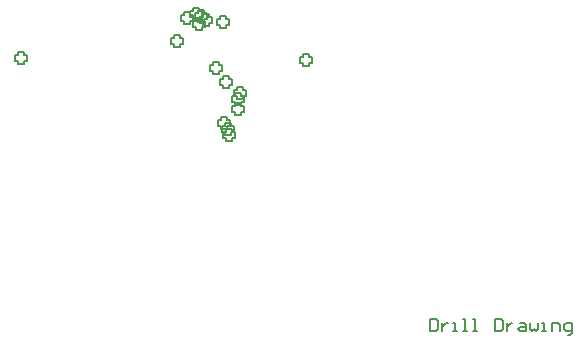
<source format=gbr>
G04 Layer_Color=2752767*
%FSLAX45Y45*%
%MOMM*%
%TF.FileFunction,Drawing*%
%TF.Part,Single*%
%TFFileComment,The blind Vias under BGA and Other Pads are Via-In-Pad (VIP)*%
G01*
G75*
%TA.AperFunction,NonConductor*%
%ADD39C,0.15000*%
%ADD155C,0.12700*%
D39*
X3599430Y-2422042D02*
Y-2522009D01*
X3649414D01*
X3666075Y-2505348D01*
Y-2438703D01*
X3649414Y-2422042D01*
X3599430D01*
X3699398Y-2455364D02*
Y-2522009D01*
Y-2488687D01*
X3716060Y-2472026D01*
X3732721Y-2455364D01*
X3749382D01*
X3799366Y-2522009D02*
X3832689D01*
X3816027D01*
Y-2455364D01*
X3799366D01*
X3882672Y-2522009D02*
X3915995D01*
X3899334D01*
Y-2422042D01*
X3882672D01*
X3965979Y-2522009D02*
X3999301D01*
X3982640D01*
Y-2422042D01*
X3965979D01*
X4149253D02*
Y-2522009D01*
X4199237D01*
X4215898Y-2505348D01*
Y-2438703D01*
X4199237Y-2422042D01*
X4149253D01*
X4249221Y-2455364D02*
Y-2522009D01*
Y-2488687D01*
X4265882Y-2472026D01*
X4282543Y-2455364D01*
X4299205D01*
X4365850D02*
X4399173D01*
X4415834Y-2472026D01*
Y-2522009D01*
X4365850D01*
X4349189Y-2505348D01*
X4365850Y-2488687D01*
X4415834D01*
X4449156Y-2455364D02*
Y-2505348D01*
X4465818Y-2522009D01*
X4482479Y-2505348D01*
X4499140Y-2522009D01*
X4515801Y-2505348D01*
Y-2455364D01*
X4549124Y-2522009D02*
X4582447D01*
X4565786D01*
Y-2455364D01*
X4549124D01*
X4632431Y-2522009D02*
Y-2455364D01*
X4682415D01*
X4699076Y-2472026D01*
Y-2522009D01*
X4765721Y-2555332D02*
X4782382D01*
X4799043Y-2538671D01*
Y-2455364D01*
X4749060D01*
X4732398Y-2472026D01*
Y-2505348D01*
X4749060Y-2522009D01*
X4799043D01*
D155*
X1430176Y-95582D02*
Y-120982D01*
X1480976D01*
Y-95582D01*
X1506376D01*
Y-44782D01*
X1480976D01*
Y-19382D01*
X1430176D01*
Y-44782D01*
X1404776D01*
Y-95582D01*
X1430176D01*
X1676407Y81698D02*
Y56298D01*
X1727207D01*
Y81698D01*
X1752607D01*
Y132498D01*
X1727207D01*
Y157898D01*
X1676407D01*
Y132498D01*
X1651007D01*
Y81698D01*
X1676407D01*
X1521568Y106074D02*
Y80674D01*
X1572368D01*
Y106074D01*
X1597768D01*
Y156874D01*
X1572368D01*
Y182274D01*
X1521568D01*
Y156874D01*
X1496168D01*
Y106074D01*
X1521568D01*
X1622055Y49059D02*
Y23659D01*
X1672855D01*
Y49059D01*
X1698255D01*
Y99859D01*
X1672855D01*
Y125259D01*
X1622055D01*
Y99859D01*
X1596655D01*
Y49059D01*
X1622055D01*
X1848600Y-435400D02*
Y-460800D01*
X1899400D01*
Y-435400D01*
X1924800D01*
Y-384600D01*
X1899400D01*
Y-359200D01*
X1848600D01*
Y-384600D01*
X1823200D01*
Y-435400D01*
X1848600D01*
X1823145Y68737D02*
Y43337D01*
X1873945D01*
Y68737D01*
X1899345D01*
Y119537D01*
X1873945D01*
Y144937D01*
X1823145D01*
Y119537D01*
X1797745D01*
Y68737D01*
X1823145D01*
X1766850Y-324131D02*
Y-349531D01*
X1817650D01*
Y-324131D01*
X1843050D01*
Y-273331D01*
X1817650D01*
Y-247931D01*
X1766850D01*
Y-273331D01*
X1741450D01*
Y-324131D01*
X1766850D01*
X1596836Y132869D02*
Y107469D01*
X1647636D01*
Y132869D01*
X1673036D01*
Y183669D01*
X1647636D01*
Y209069D01*
X1596836D01*
Y183669D01*
X1571436D01*
Y132869D01*
X1596836D01*
X1636835Y116559D02*
Y91159D01*
X1687635D01*
Y116559D01*
X1713035D01*
Y167359D01*
X1687635D01*
Y192759D01*
X1636835D01*
Y167359D01*
X1611435D01*
Y116559D01*
X1636835D01*
X2527757Y-255342D02*
Y-280742D01*
X2578557D01*
Y-255342D01*
X2603957D01*
Y-204542D01*
X2578557D01*
Y-179142D01*
X2527757D01*
Y-204542D01*
X2502357D01*
Y-255342D01*
X2527757D01*
X1872340Y-885400D02*
Y-910800D01*
X1923140D01*
Y-885400D01*
X1948540D01*
Y-834600D01*
X1923140D01*
Y-809200D01*
X1872340D01*
Y-834600D01*
X1846940D01*
Y-885400D01*
X1872340D01*
X1952000Y-669260D02*
Y-694660D01*
X2002800D01*
Y-669260D01*
X2028200D01*
Y-618460D01*
X2002800D01*
Y-593060D01*
X1952000D01*
Y-618460D01*
X1926600D01*
Y-669260D01*
X1952000D01*
X1862460Y-835400D02*
Y-860800D01*
X1913260D01*
Y-835400D01*
X1938660D01*
Y-784600D01*
X1913260D01*
Y-759200D01*
X1862460D01*
Y-784600D01*
X1837060D01*
Y-835400D01*
X1862460D01*
X1952000Y-583500D02*
Y-608900D01*
X2002800D01*
Y-583500D01*
X2028200D01*
Y-532700D01*
X2002800D01*
Y-507300D01*
X1952000D01*
Y-532700D01*
X1926600D01*
Y-583500D01*
X1952000D01*
X1830370Y-785400D02*
Y-810800D01*
X1881170D01*
Y-785400D01*
X1906570D01*
Y-734600D01*
X1881170D01*
Y-709200D01*
X1830370D01*
Y-734600D01*
X1804970D01*
Y-785400D01*
X1830370D01*
X1965339Y-532300D02*
Y-557700D01*
X2016139D01*
Y-532300D01*
X2041539D01*
Y-481500D01*
X2016139D01*
Y-456100D01*
X1965339D01*
Y-481500D01*
X1939939D01*
Y-532300D01*
X1965339D01*
X110229Y-234016D02*
Y-259416D01*
X161029D01*
Y-234016D01*
X186429D01*
Y-183216D01*
X161029D01*
Y-157816D01*
X110229D01*
Y-183216D01*
X84829D01*
Y-234016D01*
X110229D01*
%TF.MD5,6c39c5e886393f2358ee9abdc9bd3b83*%
M02*

</source>
